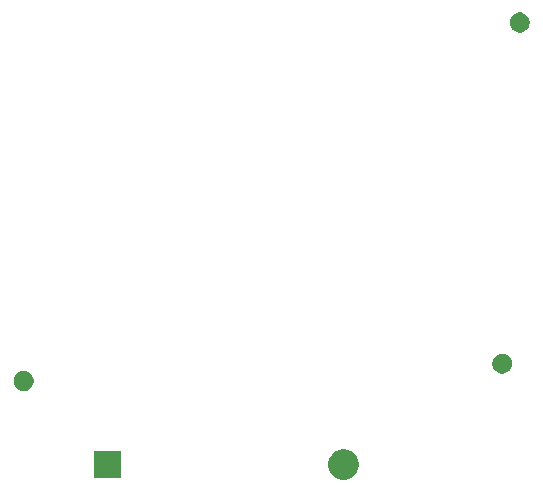
<source format=gbr>
G04 #@! TF.GenerationSoftware,KiCad,Pcbnew,(5.1.5)-3*
G04 #@! TF.CreationDate,2020-05-22T23:58:21-04:00*
G04 #@! TF.ProjectId,Body,426f6479-2e6b-4696-9361-645f70636258,rev?*
G04 #@! TF.SameCoordinates,Original*
G04 #@! TF.FileFunction,Soldermask,Top*
G04 #@! TF.FilePolarity,Negative*
%FSLAX46Y46*%
G04 Gerber Fmt 4.6, Leading zero omitted, Abs format (unit mm)*
G04 Created by KiCad (PCBNEW (5.1.5)-3) date 2020-05-22 23:58:21*
%MOMM*%
%LPD*%
G04 APERTURE LIST*
%ADD10C,0.100000*%
G04 APERTURE END LIST*
D10*
G36*
X110473487Y-124986996D02*
G01*
X110710253Y-125085068D01*
X110710255Y-125085069D01*
X110735594Y-125102000D01*
X110923339Y-125227447D01*
X111104553Y-125408661D01*
X111246932Y-125621747D01*
X111345004Y-125858513D01*
X111395000Y-126109861D01*
X111395000Y-126366139D01*
X111345004Y-126617487D01*
X111246932Y-126854253D01*
X111246931Y-126854255D01*
X111104553Y-127067339D01*
X110923339Y-127248553D01*
X110710255Y-127390931D01*
X110710254Y-127390932D01*
X110710253Y-127390932D01*
X110473487Y-127489004D01*
X110222139Y-127539000D01*
X109965861Y-127539000D01*
X109714513Y-127489004D01*
X109477747Y-127390932D01*
X109477746Y-127390932D01*
X109477745Y-127390931D01*
X109264661Y-127248553D01*
X109083447Y-127067339D01*
X108941069Y-126854255D01*
X108941068Y-126854253D01*
X108842996Y-126617487D01*
X108793000Y-126366139D01*
X108793000Y-126109861D01*
X108842996Y-125858513D01*
X108941068Y-125621747D01*
X109083447Y-125408661D01*
X109264661Y-125227447D01*
X109452406Y-125102000D01*
X109477745Y-125085069D01*
X109477747Y-125085068D01*
X109714513Y-124986996D01*
X109965861Y-124937000D01*
X110222139Y-124937000D01*
X110473487Y-124986996D01*
G37*
G36*
X91230000Y-127374000D02*
G01*
X88958000Y-127374000D01*
X88958000Y-125102000D01*
X91230000Y-125102000D01*
X91230000Y-127374000D01*
G37*
G36*
X83248228Y-118352803D02*
G01*
X83403100Y-118416953D01*
X83542481Y-118510085D01*
X83661015Y-118628619D01*
X83754147Y-118768000D01*
X83818297Y-118922872D01*
X83851000Y-119087284D01*
X83851000Y-119254916D01*
X83818297Y-119419328D01*
X83754147Y-119574200D01*
X83661015Y-119713581D01*
X83542481Y-119832115D01*
X83403100Y-119925247D01*
X83248228Y-119989397D01*
X83083816Y-120022100D01*
X82916184Y-120022100D01*
X82751772Y-119989397D01*
X82596900Y-119925247D01*
X82457519Y-119832115D01*
X82338985Y-119713581D01*
X82245853Y-119574200D01*
X82181703Y-119419328D01*
X82149000Y-119254916D01*
X82149000Y-119087284D01*
X82181703Y-118922872D01*
X82245853Y-118768000D01*
X82338985Y-118628619D01*
X82457519Y-118510085D01*
X82596900Y-118416953D01*
X82751772Y-118352803D01*
X82916184Y-118320100D01*
X83083816Y-118320100D01*
X83248228Y-118352803D01*
G37*
G36*
X123783762Y-116888337D02*
G01*
X123938634Y-116952487D01*
X124078015Y-117045619D01*
X124196549Y-117164153D01*
X124289681Y-117303534D01*
X124353831Y-117458406D01*
X124386534Y-117622818D01*
X124386534Y-117790450D01*
X124353831Y-117954862D01*
X124289681Y-118109734D01*
X124196549Y-118249115D01*
X124078015Y-118367649D01*
X123938634Y-118460781D01*
X123783762Y-118524931D01*
X123619350Y-118557634D01*
X123451718Y-118557634D01*
X123287306Y-118524931D01*
X123132434Y-118460781D01*
X122993053Y-118367649D01*
X122874519Y-118249115D01*
X122781387Y-118109734D01*
X122717237Y-117954862D01*
X122684534Y-117790450D01*
X122684534Y-117622818D01*
X122717237Y-117458406D01*
X122781387Y-117303534D01*
X122874519Y-117164153D01*
X122993053Y-117045619D01*
X123132434Y-116952487D01*
X123287306Y-116888337D01*
X123451718Y-116855634D01*
X123619350Y-116855634D01*
X123783762Y-116888337D01*
G37*
G36*
X125248228Y-88010653D02*
G01*
X125403100Y-88074803D01*
X125542481Y-88167935D01*
X125661015Y-88286469D01*
X125754147Y-88425850D01*
X125818297Y-88580722D01*
X125851000Y-88745134D01*
X125851000Y-88912766D01*
X125818297Y-89077178D01*
X125754147Y-89232050D01*
X125661015Y-89371431D01*
X125542481Y-89489965D01*
X125403100Y-89583097D01*
X125248228Y-89647247D01*
X125083816Y-89679950D01*
X124916184Y-89679950D01*
X124751772Y-89647247D01*
X124596900Y-89583097D01*
X124457519Y-89489965D01*
X124338985Y-89371431D01*
X124245853Y-89232050D01*
X124181703Y-89077178D01*
X124149000Y-88912766D01*
X124149000Y-88745134D01*
X124181703Y-88580722D01*
X124245853Y-88425850D01*
X124338985Y-88286469D01*
X124457519Y-88167935D01*
X124596900Y-88074803D01*
X124751772Y-88010653D01*
X124916184Y-87977950D01*
X125083816Y-87977950D01*
X125248228Y-88010653D01*
G37*
M02*

</source>
